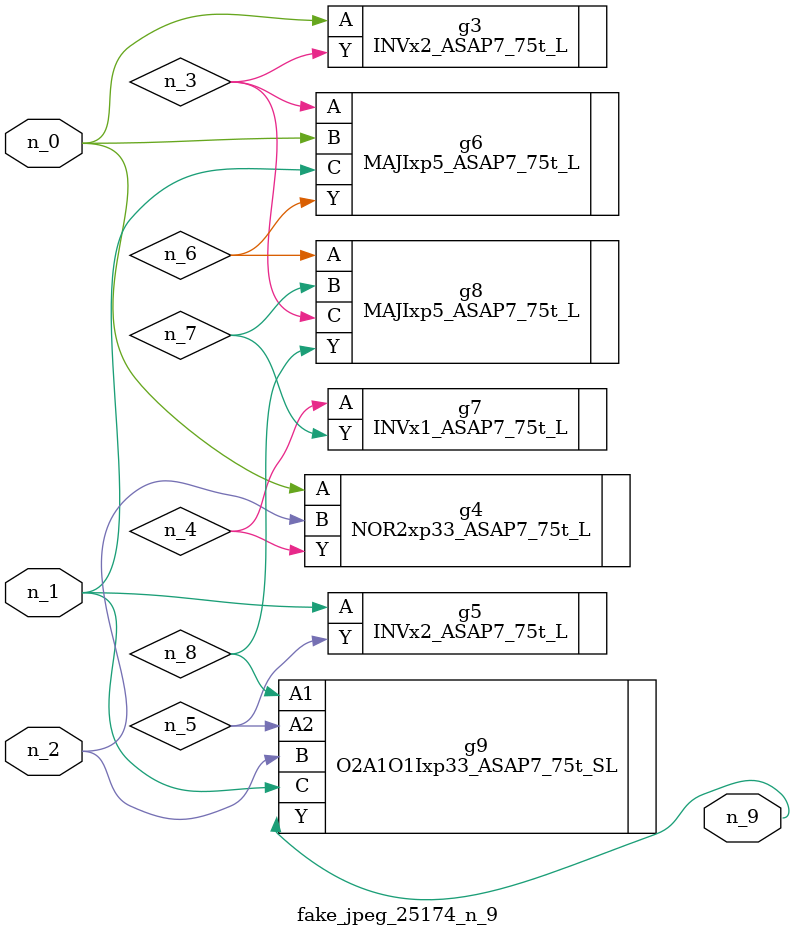
<source format=v>
module fake_jpeg_25174_n_9 (n_0, n_2, n_1, n_9);

input n_0;
input n_2;
input n_1;

output n_9;

wire n_3;
wire n_4;
wire n_8;
wire n_6;
wire n_5;
wire n_7;

INVx2_ASAP7_75t_L g3 ( 
.A(n_0),
.Y(n_3)
);

NOR2xp33_ASAP7_75t_L g4 ( 
.A(n_0),
.B(n_2),
.Y(n_4)
);

INVx2_ASAP7_75t_L g5 ( 
.A(n_1),
.Y(n_5)
);

MAJIxp5_ASAP7_75t_L g6 ( 
.A(n_3),
.B(n_0),
.C(n_1),
.Y(n_6)
);

MAJIxp5_ASAP7_75t_L g8 ( 
.A(n_6),
.B(n_7),
.C(n_3),
.Y(n_8)
);

INVx1_ASAP7_75t_L g7 ( 
.A(n_4),
.Y(n_7)
);

O2A1O1Ixp33_ASAP7_75t_SL g9 ( 
.A1(n_8),
.A2(n_5),
.B(n_2),
.C(n_1),
.Y(n_9)
);


endmodule
</source>
